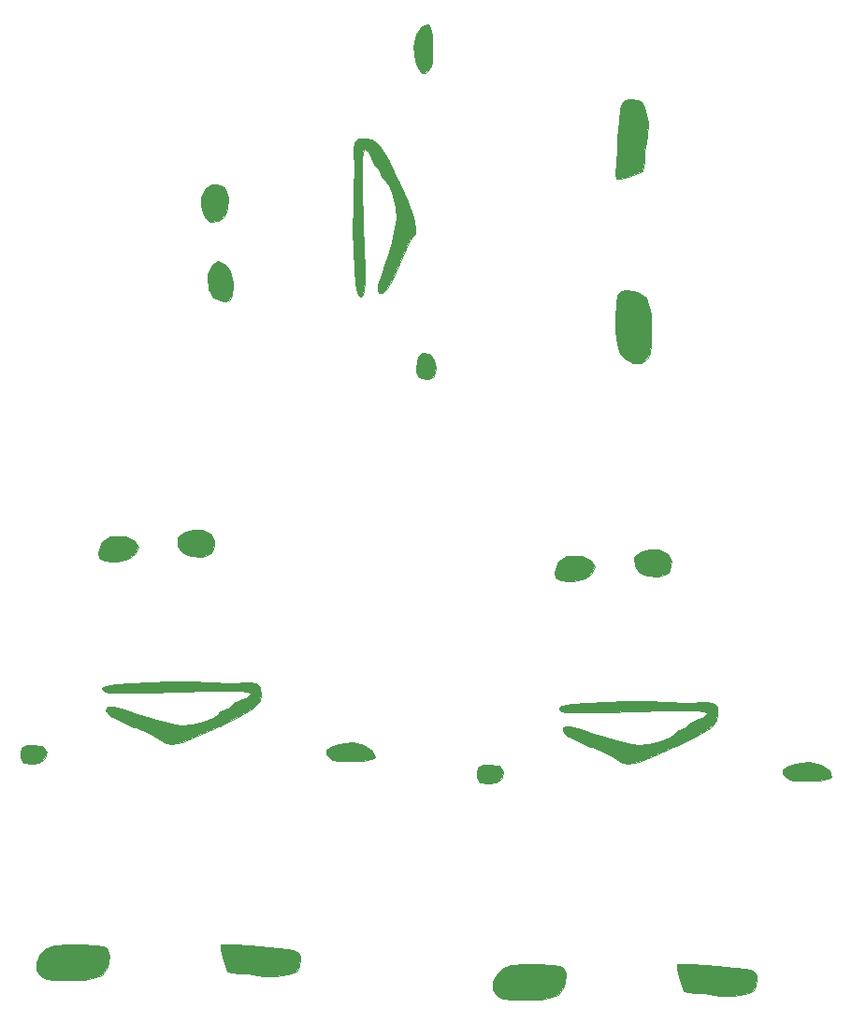
<source format=gbr>
G04 #@! TF.GenerationSoftware,KiCad,Pcbnew,(5.0.0-3-g5ebb6b6)*
G04 #@! TF.CreationDate,2019-09-09T21:19:02-07:00*
G04 #@! TF.ProjectId,panelized001,70616E656C697A65643030312E6B6963,rev?*
G04 #@! TF.SameCoordinates,Original*
G04 #@! TF.FileFunction,Copper,L1,Top,Signal*
G04 #@! TF.FilePolarity,Positive*
%FSLAX46Y46*%
G04 Gerber Fmt 4.6, Leading zero omitted, Abs format (unit mm)*
G04 Created by KiCad (PCBNEW (5.0.0-3-g5ebb6b6)) date Monday, September 09, 2019 at 09:19:02 PM*
%MOMM*%
%LPD*%
G01*
G04 APERTURE LIST*
G04 #@! TA.AperFunction,EtchedComponent*
%ADD10C,0.010000*%
G04 #@! TD*
G04 APERTURE END LIST*
D10*
G04 #@! TO.C,G\002A\002A\002A*
G36*
X175220404Y-130112198D02*
X176496899Y-130183508D01*
X177230632Y-130302752D01*
X177584139Y-130536932D01*
X177719955Y-130953053D01*
X177746057Y-131153361D01*
X177573281Y-132139146D01*
X177078000Y-132921500D01*
X175578000Y-133321500D01*
X174028000Y-133321500D01*
X172878000Y-133321500D01*
X171978000Y-133221500D01*
X171552305Y-132982306D01*
X171151959Y-132504839D01*
X171158779Y-131745451D01*
X171529140Y-130964990D01*
X171957210Y-130561303D01*
X172781820Y-130226908D01*
X174012101Y-130095166D01*
X175220404Y-130112198D01*
X175220404Y-130112198D01*
G37*
X175220404Y-130112198D02*
X176496899Y-130183508D01*
X177230632Y-130302752D01*
X177584139Y-130536932D01*
X177719955Y-130953053D01*
X177746057Y-131153361D01*
X177573281Y-132139146D01*
X177078000Y-132921500D01*
X175578000Y-133321500D01*
X174028000Y-133321500D01*
X172878000Y-133321500D01*
X171978000Y-133221500D01*
X171552305Y-132982306D01*
X171151959Y-132504839D01*
X171158779Y-131745451D01*
X171529140Y-130964990D01*
X171957210Y-130561303D01*
X172781820Y-130226908D01*
X174012101Y-130095166D01*
X175220404Y-130112198D01*
G36*
X189122538Y-130153595D02*
X190437085Y-130230569D01*
X191429098Y-130301882D01*
X193024699Y-130433966D01*
X194049416Y-130561943D01*
X194636485Y-130726745D01*
X194919138Y-130969307D01*
X195030611Y-131330562D01*
X195042893Y-131412159D01*
X194959645Y-132178018D01*
X194690115Y-132553285D01*
X193978000Y-132821500D01*
X192856418Y-133023622D01*
X191612827Y-132993071D01*
X190270707Y-132703789D01*
X189328000Y-132721500D01*
X188451393Y-132536156D01*
X187993355Y-131293399D01*
X187829765Y-130530751D01*
X187823525Y-130144583D01*
X187824791Y-130143226D01*
X188199918Y-130122198D01*
X189122538Y-130153595D01*
X189122538Y-130153595D01*
G37*
X189122538Y-130153595D02*
X190437085Y-130230569D01*
X191429098Y-130301882D01*
X193024699Y-130433966D01*
X194049416Y-130561943D01*
X194636485Y-130726745D01*
X194919138Y-130969307D01*
X195030611Y-131330562D01*
X195042893Y-131412159D01*
X194959645Y-132178018D01*
X194690115Y-132553285D01*
X193978000Y-132821500D01*
X192856418Y-133023622D01*
X191612827Y-132993071D01*
X190270707Y-132703789D01*
X189328000Y-132721500D01*
X188451393Y-132536156D01*
X187993355Y-131293399D01*
X187829765Y-130530751D01*
X187823525Y-130144583D01*
X187824791Y-130143226D01*
X188199918Y-130122198D01*
X189122538Y-130153595D01*
G36*
X171705522Y-112204267D02*
X172062412Y-112687143D01*
X171956679Y-113252164D01*
X171450069Y-113686791D01*
X170720812Y-113813166D01*
X169981990Y-113709711D01*
X169719739Y-113276138D01*
X169700222Y-112931222D01*
X169817274Y-112296466D01*
X170311019Y-112068009D01*
X170737735Y-112049277D01*
X171705522Y-112204267D01*
X171705522Y-112204267D01*
G37*
X171705522Y-112204267D02*
X172062412Y-112687143D01*
X171956679Y-113252164D01*
X171450069Y-113686791D01*
X170720812Y-113813166D01*
X169981990Y-113709711D01*
X169719739Y-113276138D01*
X169700222Y-112931222D01*
X169817274Y-112296466D01*
X170311019Y-112068009D01*
X170737735Y-112049277D01*
X171705522Y-112204267D01*
G36*
X200834009Y-112051887D02*
X201577699Y-112585405D01*
X201797598Y-113195805D01*
X201487004Y-113338823D01*
X200728000Y-113521500D01*
X199662990Y-113539845D01*
X198478000Y-113521500D01*
X197947589Y-113404022D01*
X197386529Y-112934438D01*
X197406527Y-112540339D01*
X198007039Y-112136613D01*
X198474598Y-111975677D01*
X199738998Y-111826377D01*
X200834009Y-112051887D01*
X200834009Y-112051887D01*
G37*
X200834009Y-112051887D02*
X201577699Y-112585405D01*
X201797598Y-113195805D01*
X201487004Y-113338823D01*
X200728000Y-113521500D01*
X199662990Y-113539845D01*
X198478000Y-113521500D01*
X197947589Y-113404022D01*
X197386529Y-112934438D01*
X197406527Y-112540339D01*
X198007039Y-112136613D01*
X198474598Y-111975677D01*
X199738998Y-111826377D01*
X200834009Y-112051887D01*
G36*
X185146334Y-106348702D02*
X186996344Y-106397883D01*
X188648495Y-106490236D01*
X190428000Y-106421500D01*
X191078000Y-106471500D01*
X191428000Y-106871500D01*
X191468544Y-107513510D01*
X191371882Y-108098012D01*
X190752691Y-108737373D01*
X189561057Y-109482542D01*
X187747063Y-110384468D01*
X187680995Y-110415182D01*
X185758385Y-111271237D01*
X184365269Y-111797576D01*
X183419094Y-112015493D01*
X182837308Y-111946278D01*
X182595381Y-111726870D01*
X182189978Y-111449816D01*
X181302984Y-111015135D01*
X180114531Y-110509998D01*
X179928728Y-110436414D01*
X178742782Y-109912467D01*
X177868622Y-109414480D01*
X177470033Y-109038139D01*
X177461333Y-108994932D01*
X177502388Y-108697849D01*
X177707988Y-108571265D01*
X178201785Y-108631091D01*
X179107431Y-108893235D01*
X180548577Y-109373607D01*
X180636333Y-109403444D01*
X182039881Y-109834527D01*
X183322359Y-110148721D01*
X184227180Y-110284073D01*
X184289049Y-110285388D01*
X185259233Y-110182303D01*
X186298519Y-109924261D01*
X187175394Y-109588090D01*
X187658346Y-109250614D01*
X187691888Y-109156186D01*
X187978615Y-108905807D01*
X188221055Y-108874277D01*
X188690814Y-108704104D01*
X188750222Y-108559744D01*
X189049198Y-108249181D01*
X189632166Y-108023856D01*
X190293388Y-107722025D01*
X190514111Y-107402925D01*
X190300216Y-107260714D01*
X189620270Y-107174200D01*
X188416883Y-107142074D01*
X186632663Y-107163029D01*
X184210218Y-107235757D01*
X183811333Y-107250200D01*
X181463355Y-107331083D01*
X179729747Y-107373253D01*
X178520176Y-107372679D01*
X177744310Y-107325327D01*
X177311816Y-107227164D01*
X177132361Y-107074156D01*
X177108555Y-106950943D01*
X177439227Y-106744575D01*
X178345322Y-106580384D01*
X179697961Y-106458534D01*
X181368263Y-106379194D01*
X183227347Y-106342527D01*
X185146334Y-106348702D01*
X185146334Y-106348702D01*
G37*
X185146334Y-106348702D02*
X186996344Y-106397883D01*
X188648495Y-106490236D01*
X190428000Y-106421500D01*
X191078000Y-106471500D01*
X191428000Y-106871500D01*
X191468544Y-107513510D01*
X191371882Y-108098012D01*
X190752691Y-108737373D01*
X189561057Y-109482542D01*
X187747063Y-110384468D01*
X187680995Y-110415182D01*
X185758385Y-111271237D01*
X184365269Y-111797576D01*
X183419094Y-112015493D01*
X182837308Y-111946278D01*
X182595381Y-111726870D01*
X182189978Y-111449816D01*
X181302984Y-111015135D01*
X180114531Y-110509998D01*
X179928728Y-110436414D01*
X178742782Y-109912467D01*
X177868622Y-109414480D01*
X177470033Y-109038139D01*
X177461333Y-108994932D01*
X177502388Y-108697849D01*
X177707988Y-108571265D01*
X178201785Y-108631091D01*
X179107431Y-108893235D01*
X180548577Y-109373607D01*
X180636333Y-109403444D01*
X182039881Y-109834527D01*
X183322359Y-110148721D01*
X184227180Y-110284073D01*
X184289049Y-110285388D01*
X185259233Y-110182303D01*
X186298519Y-109924261D01*
X187175394Y-109588090D01*
X187658346Y-109250614D01*
X187691888Y-109156186D01*
X187978615Y-108905807D01*
X188221055Y-108874277D01*
X188690814Y-108704104D01*
X188750222Y-108559744D01*
X189049198Y-108249181D01*
X189632166Y-108023856D01*
X190293388Y-107722025D01*
X190514111Y-107402925D01*
X190300216Y-107260714D01*
X189620270Y-107174200D01*
X188416883Y-107142074D01*
X186632663Y-107163029D01*
X184210218Y-107235757D01*
X183811333Y-107250200D01*
X181463355Y-107331083D01*
X179729747Y-107373253D01*
X178520176Y-107372679D01*
X177744310Y-107325327D01*
X177311816Y-107227164D01*
X177132361Y-107074156D01*
X177108555Y-106950943D01*
X177439227Y-106744575D01*
X178345322Y-106580384D01*
X179697961Y-106458534D01*
X181368263Y-106379194D01*
X183227347Y-106342527D01*
X185146334Y-106348702D01*
G36*
X179196343Y-93222807D02*
X180059598Y-93587553D01*
X180351671Y-94125357D01*
X180137400Y-94703841D01*
X179481618Y-95190628D01*
X178449164Y-95453342D01*
X178096333Y-95468722D01*
X177215796Y-95413832D01*
X176836139Y-95162002D01*
X176755777Y-94599189D01*
X177049755Y-93719477D01*
X177852434Y-93229221D01*
X179044933Y-93195464D01*
X179196343Y-93222807D01*
X179196343Y-93222807D01*
G37*
X179196343Y-93222807D02*
X180059598Y-93587553D01*
X180351671Y-94125357D01*
X180137400Y-94703841D01*
X179481618Y-95190628D01*
X178449164Y-95453342D01*
X178096333Y-95468722D01*
X177215796Y-95413832D01*
X176836139Y-95162002D01*
X176755777Y-94599189D01*
X177049755Y-93719477D01*
X177852434Y-93229221D01*
X179044933Y-93195464D01*
X179196343Y-93222807D01*
G36*
X185478000Y-92621500D02*
X185828000Y-92621500D01*
X186128000Y-92621500D01*
X186960502Y-93050494D01*
X187269449Y-93589912D01*
X187267290Y-94042563D01*
X187033922Y-94714854D01*
X186401862Y-94991836D01*
X186104388Y-95025921D01*
X185124375Y-94969706D01*
X184428694Y-94743809D01*
X183976223Y-94159983D01*
X183928000Y-93371500D01*
X184128000Y-93121500D01*
X184528000Y-92821500D01*
X184978000Y-92671500D01*
X185478000Y-92621500D01*
G37*
X185478000Y-92621500D02*
X185828000Y-92621500D01*
X186128000Y-92621500D01*
X186960502Y-93050494D01*
X187269449Y-93589912D01*
X187267290Y-94042563D01*
X187033922Y-94714854D01*
X186401862Y-94991836D01*
X186104388Y-95025921D01*
X185124375Y-94969706D01*
X184428694Y-94743809D01*
X183976223Y-94159983D01*
X183928000Y-93371500D01*
X184128000Y-93121500D01*
X184528000Y-92821500D01*
X184978000Y-92671500D01*
X185478000Y-92621500D01*
G36*
X216558904Y-131890198D02*
X217835399Y-131961508D01*
X218569132Y-132080752D01*
X218922639Y-132314932D01*
X219058455Y-132731053D01*
X219084557Y-132931361D01*
X218911781Y-133917146D01*
X218416500Y-134699500D01*
X216916500Y-135099500D01*
X215366500Y-135099500D01*
X214216500Y-135099500D01*
X213316500Y-134999500D01*
X212890805Y-134760306D01*
X212490459Y-134282839D01*
X212497279Y-133523451D01*
X212867640Y-132742990D01*
X213295710Y-132339303D01*
X214120320Y-132004908D01*
X215350601Y-131873166D01*
X216558904Y-131890198D01*
X216558904Y-131890198D01*
G37*
X216558904Y-131890198D02*
X217835399Y-131961508D01*
X218569132Y-132080752D01*
X218922639Y-132314932D01*
X219058455Y-132731053D01*
X219084557Y-132931361D01*
X218911781Y-133917146D01*
X218416500Y-134699500D01*
X216916500Y-135099500D01*
X215366500Y-135099500D01*
X214216500Y-135099500D01*
X213316500Y-134999500D01*
X212890805Y-134760306D01*
X212490459Y-134282839D01*
X212497279Y-133523451D01*
X212867640Y-132742990D01*
X213295710Y-132339303D01*
X214120320Y-132004908D01*
X215350601Y-131873166D01*
X216558904Y-131890198D01*
G36*
X230461038Y-131931595D02*
X231775585Y-132008569D01*
X232767598Y-132079882D01*
X234363199Y-132211966D01*
X235387916Y-132339943D01*
X235974985Y-132504745D01*
X236257638Y-132747307D01*
X236369111Y-133108562D01*
X236381393Y-133190159D01*
X236298145Y-133956018D01*
X236028615Y-134331285D01*
X235316500Y-134599500D01*
X234194918Y-134801622D01*
X232951327Y-134771071D01*
X231609207Y-134481789D01*
X230666500Y-134499500D01*
X229789893Y-134314156D01*
X229331855Y-133071399D01*
X229168265Y-132308751D01*
X229162025Y-131922583D01*
X229163291Y-131921226D01*
X229538418Y-131900198D01*
X230461038Y-131931595D01*
X230461038Y-131931595D01*
G37*
X230461038Y-131931595D02*
X231775585Y-132008569D01*
X232767598Y-132079882D01*
X234363199Y-132211966D01*
X235387916Y-132339943D01*
X235974985Y-132504745D01*
X236257638Y-132747307D01*
X236369111Y-133108562D01*
X236381393Y-133190159D01*
X236298145Y-133956018D01*
X236028615Y-134331285D01*
X235316500Y-134599500D01*
X234194918Y-134801622D01*
X232951327Y-134771071D01*
X231609207Y-134481789D01*
X230666500Y-134499500D01*
X229789893Y-134314156D01*
X229331855Y-133071399D01*
X229168265Y-132308751D01*
X229162025Y-131922583D01*
X229163291Y-131921226D01*
X229538418Y-131900198D01*
X230461038Y-131931595D01*
G36*
X213044022Y-113982267D02*
X213400912Y-114465143D01*
X213295179Y-115030164D01*
X212788569Y-115464791D01*
X212059312Y-115591166D01*
X211320490Y-115487711D01*
X211058239Y-115054138D01*
X211038722Y-114709222D01*
X211155774Y-114074466D01*
X211649519Y-113846009D01*
X212076235Y-113827277D01*
X213044022Y-113982267D01*
X213044022Y-113982267D01*
G37*
X213044022Y-113982267D02*
X213400912Y-114465143D01*
X213295179Y-115030164D01*
X212788569Y-115464791D01*
X212059312Y-115591166D01*
X211320490Y-115487711D01*
X211058239Y-115054138D01*
X211038722Y-114709222D01*
X211155774Y-114074466D01*
X211649519Y-113846009D01*
X212076235Y-113827277D01*
X213044022Y-113982267D01*
G36*
X242172509Y-113829887D02*
X242916199Y-114363405D01*
X243136098Y-114973805D01*
X242825504Y-115116823D01*
X242066500Y-115299500D01*
X241001490Y-115317845D01*
X239816500Y-115299500D01*
X239286089Y-115182022D01*
X238725029Y-114712438D01*
X238745027Y-114318339D01*
X239345539Y-113914613D01*
X239813098Y-113753677D01*
X241077498Y-113604377D01*
X242172509Y-113829887D01*
X242172509Y-113829887D01*
G37*
X242172509Y-113829887D02*
X242916199Y-114363405D01*
X243136098Y-114973805D01*
X242825504Y-115116823D01*
X242066500Y-115299500D01*
X241001490Y-115317845D01*
X239816500Y-115299500D01*
X239286089Y-115182022D01*
X238725029Y-114712438D01*
X238745027Y-114318339D01*
X239345539Y-113914613D01*
X239813098Y-113753677D01*
X241077498Y-113604377D01*
X242172509Y-113829887D01*
G36*
X226484834Y-108126702D02*
X228334844Y-108175883D01*
X229986995Y-108268236D01*
X231766500Y-108199500D01*
X232416500Y-108249500D01*
X232766500Y-108649500D01*
X232807044Y-109291510D01*
X232710382Y-109876012D01*
X232091191Y-110515373D01*
X230899557Y-111260542D01*
X229085563Y-112162468D01*
X229019495Y-112193182D01*
X227096885Y-113049237D01*
X225703769Y-113575576D01*
X224757594Y-113793493D01*
X224175808Y-113724278D01*
X223933881Y-113504870D01*
X223528478Y-113227816D01*
X222641484Y-112793135D01*
X221453031Y-112287998D01*
X221267228Y-112214414D01*
X220081282Y-111690467D01*
X219207122Y-111192480D01*
X218808533Y-110816139D01*
X218799833Y-110772932D01*
X218840888Y-110475849D01*
X219046488Y-110349265D01*
X219540285Y-110409091D01*
X220445931Y-110671235D01*
X221887077Y-111151607D01*
X221974833Y-111181444D01*
X223378381Y-111612527D01*
X224660859Y-111926721D01*
X225565680Y-112062073D01*
X225627549Y-112063388D01*
X226597733Y-111960303D01*
X227637019Y-111702261D01*
X228513894Y-111366090D01*
X228996846Y-111028614D01*
X229030388Y-110934186D01*
X229317115Y-110683807D01*
X229559555Y-110652277D01*
X230029314Y-110482104D01*
X230088722Y-110337744D01*
X230387698Y-110027181D01*
X230970666Y-109801856D01*
X231631888Y-109500025D01*
X231852611Y-109180925D01*
X231638716Y-109038714D01*
X230958770Y-108952200D01*
X229755383Y-108920074D01*
X227971163Y-108941029D01*
X225548718Y-109013757D01*
X225149833Y-109028200D01*
X222801855Y-109109083D01*
X221068247Y-109151253D01*
X219858676Y-109150679D01*
X219082810Y-109103327D01*
X218650316Y-109005164D01*
X218470861Y-108852156D01*
X218447055Y-108728943D01*
X218777727Y-108522575D01*
X219683822Y-108358384D01*
X221036461Y-108236534D01*
X222706763Y-108157194D01*
X224565847Y-108120527D01*
X226484834Y-108126702D01*
X226484834Y-108126702D01*
G37*
X226484834Y-108126702D02*
X228334844Y-108175883D01*
X229986995Y-108268236D01*
X231766500Y-108199500D01*
X232416500Y-108249500D01*
X232766500Y-108649500D01*
X232807044Y-109291510D01*
X232710382Y-109876012D01*
X232091191Y-110515373D01*
X230899557Y-111260542D01*
X229085563Y-112162468D01*
X229019495Y-112193182D01*
X227096885Y-113049237D01*
X225703769Y-113575576D01*
X224757594Y-113793493D01*
X224175808Y-113724278D01*
X223933881Y-113504870D01*
X223528478Y-113227816D01*
X222641484Y-112793135D01*
X221453031Y-112287998D01*
X221267228Y-112214414D01*
X220081282Y-111690467D01*
X219207122Y-111192480D01*
X218808533Y-110816139D01*
X218799833Y-110772932D01*
X218840888Y-110475849D01*
X219046488Y-110349265D01*
X219540285Y-110409091D01*
X220445931Y-110671235D01*
X221887077Y-111151607D01*
X221974833Y-111181444D01*
X223378381Y-111612527D01*
X224660859Y-111926721D01*
X225565680Y-112062073D01*
X225627549Y-112063388D01*
X226597733Y-111960303D01*
X227637019Y-111702261D01*
X228513894Y-111366090D01*
X228996846Y-111028614D01*
X229030388Y-110934186D01*
X229317115Y-110683807D01*
X229559555Y-110652277D01*
X230029314Y-110482104D01*
X230088722Y-110337744D01*
X230387698Y-110027181D01*
X230970666Y-109801856D01*
X231631888Y-109500025D01*
X231852611Y-109180925D01*
X231638716Y-109038714D01*
X230958770Y-108952200D01*
X229755383Y-108920074D01*
X227971163Y-108941029D01*
X225548718Y-109013757D01*
X225149833Y-109028200D01*
X222801855Y-109109083D01*
X221068247Y-109151253D01*
X219858676Y-109150679D01*
X219082810Y-109103327D01*
X218650316Y-109005164D01*
X218470861Y-108852156D01*
X218447055Y-108728943D01*
X218777727Y-108522575D01*
X219683822Y-108358384D01*
X221036461Y-108236534D01*
X222706763Y-108157194D01*
X224565847Y-108120527D01*
X226484834Y-108126702D01*
G36*
X220534843Y-95000807D02*
X221398098Y-95365553D01*
X221690171Y-95903357D01*
X221475900Y-96481841D01*
X220820118Y-96968628D01*
X219787664Y-97231342D01*
X219434833Y-97246722D01*
X218554296Y-97191832D01*
X218174639Y-96940002D01*
X218094277Y-96377189D01*
X218388255Y-95497477D01*
X219190934Y-95007221D01*
X220383433Y-94973464D01*
X220534843Y-95000807D01*
X220534843Y-95000807D01*
G37*
X220534843Y-95000807D02*
X221398098Y-95365553D01*
X221690171Y-95903357D01*
X221475900Y-96481841D01*
X220820118Y-96968628D01*
X219787664Y-97231342D01*
X219434833Y-97246722D01*
X218554296Y-97191832D01*
X218174639Y-96940002D01*
X218094277Y-96377189D01*
X218388255Y-95497477D01*
X219190934Y-95007221D01*
X220383433Y-94973464D01*
X220534843Y-95000807D01*
G36*
X226816500Y-94399500D02*
X227166500Y-94399500D01*
X227466500Y-94399500D01*
X228299002Y-94828494D01*
X228607949Y-95367912D01*
X228605790Y-95820563D01*
X228372422Y-96492854D01*
X227740362Y-96769836D01*
X227442888Y-96803921D01*
X226462875Y-96747706D01*
X225767194Y-96521809D01*
X225314723Y-95937983D01*
X225266500Y-95149500D01*
X225466500Y-94899500D01*
X225866500Y-94599500D01*
X226316500Y-94449500D01*
X226816500Y-94399500D01*
G37*
X226816500Y-94399500D02*
X227166500Y-94399500D01*
X227466500Y-94399500D01*
X228299002Y-94828494D01*
X228607949Y-95367912D01*
X228605790Y-95820563D01*
X228372422Y-96492854D01*
X227740362Y-96769836D01*
X227442888Y-96803921D01*
X226462875Y-96747706D01*
X225767194Y-96521809D01*
X225314723Y-95937983D01*
X225266500Y-95149500D01*
X225466500Y-94899500D01*
X225866500Y-94599500D01*
X226316500Y-94449500D01*
X226816500Y-94399500D01*
G36*
X223584198Y-73445596D02*
X223655508Y-72169101D01*
X223774752Y-71435368D01*
X224008932Y-71081861D01*
X224425053Y-70946045D01*
X224625361Y-70919943D01*
X225611146Y-71092719D01*
X226393500Y-71588000D01*
X226793500Y-73088000D01*
X226793500Y-74638000D01*
X226793500Y-75788000D01*
X226693500Y-76688000D01*
X226454306Y-77113695D01*
X225976839Y-77514041D01*
X225217451Y-77507221D01*
X224436990Y-77136860D01*
X224033303Y-76708790D01*
X223698908Y-75884180D01*
X223567166Y-74653899D01*
X223584198Y-73445596D01*
X223584198Y-73445596D01*
G37*
X223584198Y-73445596D02*
X223655508Y-72169101D01*
X223774752Y-71435368D01*
X224008932Y-71081861D01*
X224425053Y-70946045D01*
X224625361Y-70919943D01*
X225611146Y-71092719D01*
X226393500Y-71588000D01*
X226793500Y-73088000D01*
X226793500Y-74638000D01*
X226793500Y-75788000D01*
X226693500Y-76688000D01*
X226454306Y-77113695D01*
X225976839Y-77514041D01*
X225217451Y-77507221D01*
X224436990Y-77136860D01*
X224033303Y-76708790D01*
X223698908Y-75884180D01*
X223567166Y-74653899D01*
X223584198Y-73445596D01*
G36*
X223625595Y-59543462D02*
X223702569Y-58228915D01*
X223773882Y-57236902D01*
X223905966Y-55641301D01*
X224033943Y-54616584D01*
X224198745Y-54029515D01*
X224441307Y-53746862D01*
X224802562Y-53635389D01*
X224884159Y-53623107D01*
X225650018Y-53706355D01*
X226025285Y-53975885D01*
X226293500Y-54688000D01*
X226495622Y-55809582D01*
X226465071Y-57053173D01*
X226175789Y-58395293D01*
X226193500Y-59338000D01*
X226008156Y-60214607D01*
X224765399Y-60672645D01*
X224002751Y-60836235D01*
X223616583Y-60842475D01*
X223615226Y-60841209D01*
X223594198Y-60466082D01*
X223625595Y-59543462D01*
X223625595Y-59543462D01*
G37*
X223625595Y-59543462D02*
X223702569Y-58228915D01*
X223773882Y-57236902D01*
X223905966Y-55641301D01*
X224033943Y-54616584D01*
X224198745Y-54029515D01*
X224441307Y-53746862D01*
X224802562Y-53635389D01*
X224884159Y-53623107D01*
X225650018Y-53706355D01*
X226025285Y-53975885D01*
X226293500Y-54688000D01*
X226495622Y-55809582D01*
X226465071Y-57053173D01*
X226175789Y-58395293D01*
X226193500Y-59338000D01*
X226008156Y-60214607D01*
X224765399Y-60672645D01*
X224002751Y-60836235D01*
X223616583Y-60842475D01*
X223615226Y-60841209D01*
X223594198Y-60466082D01*
X223625595Y-59543462D01*
G36*
X205676267Y-76960478D02*
X206159143Y-76603588D01*
X206724164Y-76709321D01*
X207158791Y-77215931D01*
X207285166Y-77945188D01*
X207181711Y-78684010D01*
X206748138Y-78946261D01*
X206403222Y-78965778D01*
X205768466Y-78848726D01*
X205540009Y-78354981D01*
X205521277Y-77928265D01*
X205676267Y-76960478D01*
X205676267Y-76960478D01*
G37*
X205676267Y-76960478D02*
X206159143Y-76603588D01*
X206724164Y-76709321D01*
X207158791Y-77215931D01*
X207285166Y-77945188D01*
X207181711Y-78684010D01*
X206748138Y-78946261D01*
X206403222Y-78965778D01*
X205768466Y-78848726D01*
X205540009Y-78354981D01*
X205521277Y-77928265D01*
X205676267Y-76960478D01*
G36*
X205523887Y-47831991D02*
X206057405Y-47088301D01*
X206667805Y-46868402D01*
X206810823Y-47178996D01*
X206993500Y-47938000D01*
X207011845Y-49003010D01*
X206993500Y-50188000D01*
X206876022Y-50718411D01*
X206406438Y-51279471D01*
X206012339Y-51259473D01*
X205608613Y-50658961D01*
X205447677Y-50191402D01*
X205298377Y-48927002D01*
X205523887Y-47831991D01*
X205523887Y-47831991D01*
G37*
X205523887Y-47831991D02*
X206057405Y-47088301D01*
X206667805Y-46868402D01*
X206810823Y-47178996D01*
X206993500Y-47938000D01*
X207011845Y-49003010D01*
X206993500Y-50188000D01*
X206876022Y-50718411D01*
X206406438Y-51279471D01*
X206012339Y-51259473D01*
X205608613Y-50658961D01*
X205447677Y-50191402D01*
X205298377Y-48927002D01*
X205523887Y-47831991D01*
G36*
X199820702Y-63519666D02*
X199869883Y-61669656D01*
X199962236Y-60017505D01*
X199893500Y-58238000D01*
X199943500Y-57588000D01*
X200343500Y-57238000D01*
X200985510Y-57197456D01*
X201570012Y-57294118D01*
X202209373Y-57913309D01*
X202954542Y-59104943D01*
X203856468Y-60918937D01*
X203887182Y-60985005D01*
X204743237Y-62907615D01*
X205269576Y-64300731D01*
X205487493Y-65246906D01*
X205418278Y-65828692D01*
X205198870Y-66070619D01*
X204921816Y-66476022D01*
X204487135Y-67363016D01*
X203981998Y-68551469D01*
X203908414Y-68737272D01*
X203384467Y-69923218D01*
X202886480Y-70797378D01*
X202510139Y-71195967D01*
X202466932Y-71204667D01*
X202169849Y-71163612D01*
X202043265Y-70958012D01*
X202103091Y-70464215D01*
X202365235Y-69558569D01*
X202845607Y-68117423D01*
X202875444Y-68029667D01*
X203306527Y-66626119D01*
X203620721Y-65343641D01*
X203756073Y-64438820D01*
X203757388Y-64376951D01*
X203654303Y-63406767D01*
X203396261Y-62367481D01*
X203060090Y-61490606D01*
X202722614Y-61007654D01*
X202628186Y-60974112D01*
X202377807Y-60687385D01*
X202346277Y-60444945D01*
X202176104Y-59975186D01*
X202031744Y-59915778D01*
X201721181Y-59616802D01*
X201495856Y-59033834D01*
X201194025Y-58372612D01*
X200874925Y-58151889D01*
X200732714Y-58365784D01*
X200646200Y-59045730D01*
X200614074Y-60249117D01*
X200635029Y-62033337D01*
X200707757Y-64455782D01*
X200722200Y-64854667D01*
X200803083Y-67202645D01*
X200845253Y-68936253D01*
X200844679Y-70145824D01*
X200797327Y-70921690D01*
X200699164Y-71354184D01*
X200546156Y-71533639D01*
X200422943Y-71557445D01*
X200216575Y-71226773D01*
X200052384Y-70320678D01*
X199930534Y-68968039D01*
X199851194Y-67297737D01*
X199814527Y-65438653D01*
X199820702Y-63519666D01*
X199820702Y-63519666D01*
G37*
X199820702Y-63519666D02*
X199869883Y-61669656D01*
X199962236Y-60017505D01*
X199893500Y-58238000D01*
X199943500Y-57588000D01*
X200343500Y-57238000D01*
X200985510Y-57197456D01*
X201570012Y-57294118D01*
X202209373Y-57913309D01*
X202954542Y-59104943D01*
X203856468Y-60918937D01*
X203887182Y-60985005D01*
X204743237Y-62907615D01*
X205269576Y-64300731D01*
X205487493Y-65246906D01*
X205418278Y-65828692D01*
X205198870Y-66070619D01*
X204921816Y-66476022D01*
X204487135Y-67363016D01*
X203981998Y-68551469D01*
X203908414Y-68737272D01*
X203384467Y-69923218D01*
X202886480Y-70797378D01*
X202510139Y-71195967D01*
X202466932Y-71204667D01*
X202169849Y-71163612D01*
X202043265Y-70958012D01*
X202103091Y-70464215D01*
X202365235Y-69558569D01*
X202845607Y-68117423D01*
X202875444Y-68029667D01*
X203306527Y-66626119D01*
X203620721Y-65343641D01*
X203756073Y-64438820D01*
X203757388Y-64376951D01*
X203654303Y-63406767D01*
X203396261Y-62367481D01*
X203060090Y-61490606D01*
X202722614Y-61007654D01*
X202628186Y-60974112D01*
X202377807Y-60687385D01*
X202346277Y-60444945D01*
X202176104Y-59975186D01*
X202031744Y-59915778D01*
X201721181Y-59616802D01*
X201495856Y-59033834D01*
X201194025Y-58372612D01*
X200874925Y-58151889D01*
X200732714Y-58365784D01*
X200646200Y-59045730D01*
X200614074Y-60249117D01*
X200635029Y-62033337D01*
X200707757Y-64455782D01*
X200722200Y-64854667D01*
X200803083Y-67202645D01*
X200845253Y-68936253D01*
X200844679Y-70145824D01*
X200797327Y-70921690D01*
X200699164Y-71354184D01*
X200546156Y-71533639D01*
X200422943Y-71557445D01*
X200216575Y-71226773D01*
X200052384Y-70320678D01*
X199930534Y-68968039D01*
X199851194Y-67297737D01*
X199814527Y-65438653D01*
X199820702Y-63519666D01*
G36*
X186694807Y-69469657D02*
X187059553Y-68606402D01*
X187597357Y-68314329D01*
X188175841Y-68528600D01*
X188662628Y-69184382D01*
X188925342Y-70216836D01*
X188940722Y-70569667D01*
X188885832Y-71450204D01*
X188634002Y-71829861D01*
X188071189Y-71910223D01*
X187191477Y-71616245D01*
X186701221Y-70813566D01*
X186667464Y-69621067D01*
X186694807Y-69469657D01*
X186694807Y-69469657D01*
G37*
X186694807Y-69469657D02*
X187059553Y-68606402D01*
X187597357Y-68314329D01*
X188175841Y-68528600D01*
X188662628Y-69184382D01*
X188925342Y-70216836D01*
X188940722Y-70569667D01*
X188885832Y-71450204D01*
X188634002Y-71829861D01*
X188071189Y-71910223D01*
X187191477Y-71616245D01*
X186701221Y-70813566D01*
X186667464Y-69621067D01*
X186694807Y-69469657D01*
G36*
X186093500Y-63188000D02*
X186093500Y-62838000D01*
X186093500Y-62538000D01*
X186522494Y-61705498D01*
X187061912Y-61396551D01*
X187514563Y-61398710D01*
X188186854Y-61632078D01*
X188463836Y-62264138D01*
X188497921Y-62561612D01*
X188441706Y-63541625D01*
X188215809Y-64237306D01*
X187631983Y-64689777D01*
X186843500Y-64738000D01*
X186593500Y-64538000D01*
X186293500Y-64138000D01*
X186143500Y-63688000D01*
X186093500Y-63188000D01*
G37*
X186093500Y-63188000D02*
X186093500Y-62838000D01*
X186093500Y-62538000D01*
X186522494Y-61705498D01*
X187061912Y-61396551D01*
X187514563Y-61398710D01*
X188186854Y-61632078D01*
X188463836Y-62264138D01*
X188497921Y-62561612D01*
X188441706Y-63541625D01*
X188215809Y-64237306D01*
X187631983Y-64689777D01*
X186843500Y-64738000D01*
X186593500Y-64538000D01*
X186293500Y-64138000D01*
X186143500Y-63688000D01*
X186093500Y-63188000D01*
G04 #@! TD*
M02*

</source>
